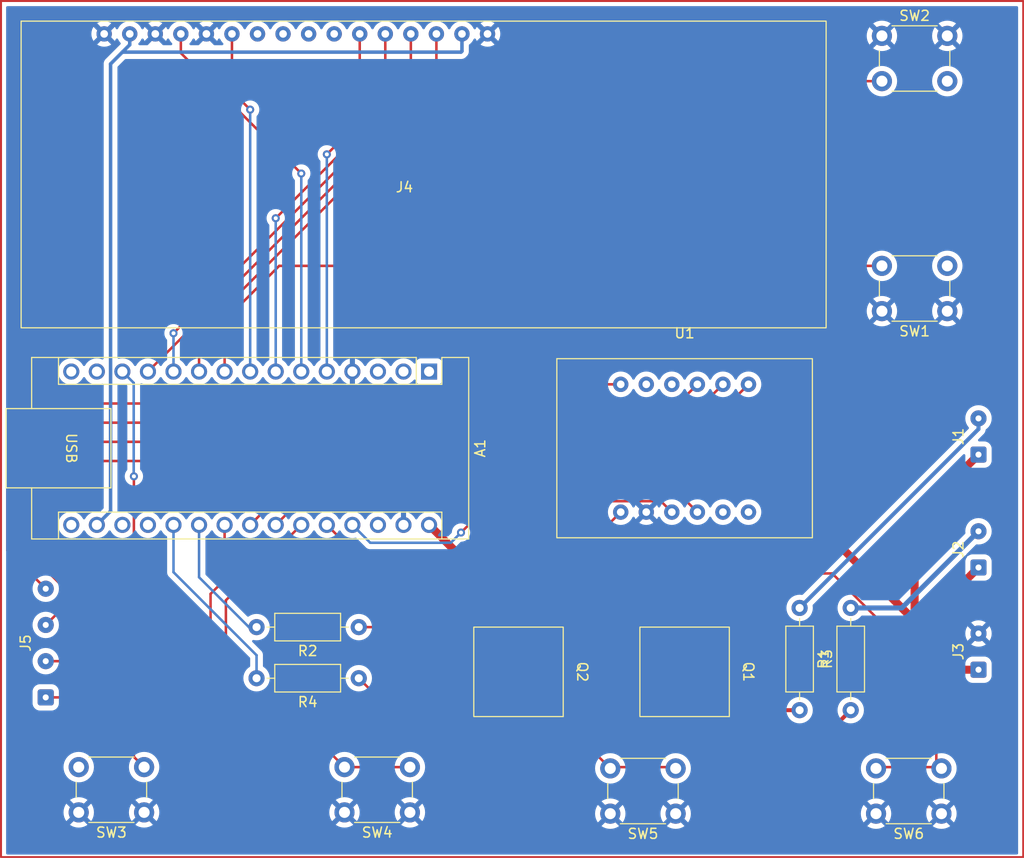
<source format=kicad_pcb>
(kicad_pcb (version 20211014) (generator pcbnew)
  (layers (0 "F.Cu" signal) (31 "B.Cu" signal) (34 "B.Paste" user) (35 "F.Paste" user) (36 "B.SilkS" user "B.Silkscreen") (37 "F.SilkS" user "F.Silkscreen") (38 "B.Mask" user) (39 "F.Mask" user) (44 "Edge.Cuts" user))
  (net 0 "")
  (net 5 "Net-(A1-Pad5)")
  (net 6 "Net-(A1-Pad6)")
  (net 7 "Net-(A1-Pad7)")
  (net 8 "Net-(A1-Pad8)")
  (net 9 "Net-(A1-Pad9)")
  (net 10 "Net-(A1-Pad10)")
  (net 11 "Net-(A1-Pad11)")
  (net 12 "Net-(A1-Pad12)")
  (net 13 "Net-(A1-Pad13)")
  (net 17 "Net-(A1-Pad17)")
  (net 20 "Net-(A1-Pad20)")
  (net 21 "Net-(A1-Pad21)")
  (net 22 "Net-(A1-Pad22)")
  (net 23 "Net-(A1-Pad23)")
  (net 24 "Net-(A1-Pad24)")
  (net 25 "Net-(A1-Pad25)")
  (net 26 "Net-(A1-Pad26)")
  (net 27 "Net-(A1-Pad27)")
  (net 29 "Net-(A1-Pad30)")
  (net 30 "Net-(J1-Pad2)")
  (net 31 "Net-(J2-Pad2)")
  (net 32 "GND")
  (net 37 "Net-(J5-Pad1)")
  (net 38 "Net-(J5-Pad2)")
  (net 39 "Net-(J5-Pad3)")
  (net 40 "Net-(J5-Pad4)")
  (net 41 "Net-(Q1-Pad1)")
  (net 42 "Net-(Q1-Pad2)")
  (net 43 "Net-(Q2-Pad1)")
  (net 44 "Net-(Q2-Pad2)")
  (footprint "Resistor_THT:R_Axial_DIN0207_L6.3mm_D2.5mm_P10.16mm_Horizontal" (layer "F.Cu") (at 99.06 105.41 180)
    (fp_text reference "R4" (at 5.08 -2.37) (layer "F.SilkS"))
    (fp_text value "R")
    (fp_line (start 8.35 -1.37) (end 1.81 -1.37) (layer "F.SilkS") (width 0.12))
    (fp_line (start 9.12 0) (end 8.35 0) (layer "F.SilkS") (width 0.12))
    (fp_line (start 1.04 0) (end 1.81 0) (layer "F.SilkS") (width 0.12))
    (fp_line (start 8.35 1.37) (end 8.35 -1.37) (layer "F.SilkS") (width 0.12))
    (fp_line (start 1.81 1.37) (end 8.35 1.37) (layer "F.SilkS") (width 0.12))
    (fp_line (start 1.81 -1.37) (end 1.81 1.37) (layer "F.SilkS") (width 0.12))
    (pad "1" thru_hole circle (at 0 0 180) (size 1.6 1.6) (drill 0.8) (layers *.Cu *.Mask) (net 43 "Net-(Q2-Pad1)"))
    (pad "2" thru_hole oval (at 10.16 0 180) (size 1.6 1.6) (drill 0.8) (layers *.Cu *.Mask) (net 20 "Net-(A1-Pad20)"))
  )
  (footprint "Connector_Wire:SolderWire-0.1sqmm_1x02_P3.6mm_D0.4mm_OD1mm" (layer "F.Cu") (at 160.655 94.405 90)
    (fp_text reference "J2" (at 1.8 -2 90) (layer "F.SilkS"))
    (fp_text value "Regulator_1")
    (pad "1" thru_hole roundrect (at 0 0 90) (size 1.6 1.6) (drill 0.6) (layers *.Cu *.Mask) (roundrect_rratio 0.15625) (net 29 "Net-(A1-Pad30)"))
    (pad "2" thru_hole circle (at 3.6 0 90) (size 1.6 1.6) (drill 0.6) (layers *.Cu *.Mask) (net 31 "Net-(J2-Pad2)"))
  )
  (footprint "bikePumpFootPrints:AdaFruit_ADS1115_Board" (layer "F.Cu") (at 131.445 82.55)
    (fp_text reference "U1" (at 0 -11.43 unlocked) (layer "F.SilkS"))
    (fp_text value "ADS1115_Breakout_board")
    (fp_rect (start -12.7 -8.9) (end 12.7 8.9) (layer "F.SilkS") (width 0.12) (fill none))
    (pad "1" thru_hole circle (at -6.35 6.35) (size 1.524 1.524) (drill 0.762) (layers *.Cu *.Mask) (net 27 "Net-(A1-Pad27)"))
    (pad "2" thru_hole circle (at -3.81 6.35) (size 1.524 1.524) (drill 0.762) (layers *.Cu *.Mask) (net 32 "GND"))
    (pad "3" thru_hole circle (at -1.27 6.35) (size 1.524 1.524) (drill 0.762) (layers *.Cu *.Mask) (net 24 "Net-(A1-Pad24)"))
    (pad "4" thru_hole circle (at 1.27 6.35) (size 1.524 1.524) (drill 0.762) (layers *.Cu *.Mask) (net 23 "Net-(A1-Pad23)"))
    (pad "5" thru_hole circle (at 3.81 6.35) (size 1.524 1.524) (drill 0.762) (layers *.Cu *.Mask))
    (pad "6" thru_hole circle (at 6.35 6.35) (size 1.524 1.524) (drill 0.762) (layers *.Cu *.Mask))
    (pad "7" thru_hole circle (at -6.35 -6.35) (size 1.524 1.524) (drill 0.762) (layers *.Cu *.Mask) (net 40 "Net-(J5-Pad4)"))
    (pad "8" thru_hole circle (at -3.81 -6.35) (size 1.524 1.524) (drill 0.762) (layers *.Cu *.Mask))
    (pad "9" thru_hole circle (at -1.27 -6.35) (size 1.524 1.524) (drill 0.762) (layers *.Cu *.Mask))
    (pad "10" thru_hole circle (at 1.27 -6.35) (size 1.524 1.524) (drill 0.762) (layers *.Cu *.Mask) (net 39 "Net-(J5-Pad3)"))
    (pad "11" thru_hole circle (at 3.81 -6.35) (size 1.524 1.524) (drill 0.762) (layers *.Cu *.Mask) (net 38 "Net-(J5-Pad2)"))
    (pad "12" thru_hole circle (at 6.35 -6.35) (size 1.524 1.524) (drill 0.762) (layers *.Cu *.Mask) (net 37 "Net-(J5-Pad1)"))
  )
  (footprint "bikePumpFootPrints:LCD_Screen" (layer "F.Cu") (at 65.5 40.1)
    (fp_text reference "J4" (at 38.1 16.51 unlocked) (layer "F.SilkS"))
    (fp_text value "LCD_Screen")
    (fp_rect (start 0 0) (end 80.01 30.48) (layer "F.SilkS") (width 0.12) (fill none))
    (pad "1" thru_hole circle (at 8.255 1.27) (size 1.524 1.524) (drill 0.762) (layers *.Cu *.Mask) (net 32 "GND"))
    (pad "2" thru_hole circle (at 10.795 1.27) (size 1.524 1.524) (drill 0.762) (layers *.Cu *.Mask) (net 17 "Net-(A1-Pad17)"))
    (pad "3" thru_hole circle (at 13.335 1.27) (size 1.524 1.524) (drill 0.762) (layers *.Cu *.Mask) (net 32 "GND"))
    (pad "4" thru_hole circle (at 15.875 1.27) (size 1.524 1.524) (drill 0.762) (layers *.Cu *.Mask) (net 6 "Net-(A1-Pad6)"))
    (pad "5" thru_hole circle (at 18.415 1.27) (size 1.524 1.524) (drill 0.762) (layers *.Cu *.Mask) (net 32 "GND"))
    (pad "6" thru_hole circle (at 20.955 1.27) (size 1.524 1.524) (drill 0.762) (layers *.Cu *.Mask) (net 8 "Net-(A1-Pad8)"))
    (pad "7" thru_hole circle (at 23.495 1.27) (size 1.524 1.524) (drill 0.762) (layers *.Cu *.Mask))
    (pad "8" thru_hole circle (at 26.035 1.27) (size 1.524 1.524) (drill 0.762) (layers *.Cu *.Mask))
    (pad "9" thru_hole circle (at 28.575 1.27) (size 1.524 1.524) (drill 0.762) (layers *.Cu *.Mask))
    (pad "10" thru_hole circle (at 31.115 1.27) (size 1.524 1.524) (drill 0.762) (layers *.Cu *.Mask))
    (pad "11" thru_hole circle (at 33.655 1.27) (size 1.524 1.524) (drill 0.762) (layers *.Cu *.Mask) (net 5 "Net-(A1-Pad5)"))
    (pad "12" thru_hole circle (at 36.195 1.27) (size 1.524 1.524) (drill 0.762) (layers *.Cu *.Mask) (net 7 "Net-(A1-Pad7)"))
    (pad "13" thru_hole circle (at 38.735 1.27) (size 1.524 1.524) (drill 0.762) (layers *.Cu *.Mask) (net 11 "Net-(A1-Pad11)"))
    (pad "14" thru_hole circle (at 41.275 1.27) (size 1.524 1.524) (drill 0.762) (layers *.Cu *.Mask) (net 12 "Net-(A1-Pad12)"))
    (pad "15" thru_hole circle (at 43.815 1.27) (size 1.524 1.524) (drill 0.762) (layers *.Cu *.Mask) (net 17 "Net-(A1-Pad17)"))
    (pad "16" thru_hole circle (at 46.355 1.27) (size 1.524 1.524) (drill 0.762) (layers *.Cu *.Mask) (net 32 "GND"))
  )
  (footprint "Button_Switch_THT:SW_PUSH_6mm" (layer "F.Cu") (at 157.555 68.925 180)
    (fp_text reference "SW1" (at 3.25 -2) (layer "F.SilkS"))
    (fp_text value "Button_1")
    (fp_line (start 1 5.5) (end 5.5 5.5) (layer "F.SilkS") (width 0.12))
    (fp_line (start 6.75 3) (end 6.75 1.5) (layer "F.SilkS") (width 0.12))
    (fp_line (start -0.25 1.5) (end -0.25 3) (layer "F.SilkS") (width 0.12))
    (fp_line (start 5.5 -1) (end 1 -1) (layer "F.SilkS") (width 0.12))
    (pad "1" thru_hole circle (at 6.5 0 270) (size 2 2) (drill 1.1) (layers *.Cu *.Mask) (net 32 "GND"))
    (pad "1" thru_hole circle (at 0 0 270) (size 2 2) (drill 1.1) (layers *.Cu *.Mask) (net 32 "GND"))
    (pad "2" thru_hole circle (at 0 4.5 270) (size 2 2) (drill 1.1) (layers *.Cu *.Mask) (net 9 "Net-(A1-Pad9)"))
    (pad "2" thru_hole circle (at 6.5 4.5 270) (size 2 2) (drill 1.1) (layers *.Cu *.Mask) (net 9 "Net-(A1-Pad9)"))
  )
  (footprint "Button_Switch_THT:SW_PUSH_6mm" (layer "F.Cu") (at 156.972 118.872 180)
    (fp_text reference "SW6" (at 3.25 -2) (layer "F.SilkS"))
    (fp_text value "Button_6")
    (fp_line (start 6.75 3) (end 6.75 1.5) (layer "F.SilkS") (width 0.12))
    (fp_line (start -0.25 1.5) (end -0.25 3) (layer "F.SilkS") (width 0.12))
    (fp_line (start 1 5.5) (end 5.5 5.5) (layer "F.SilkS") (width 0.12))
    (fp_line (start 5.5 -1) (end 1 -1) (layer "F.SilkS") (width 0.12))
    (pad "1" thru_hole circle (at 6.5 0 270) (size 2 2) (drill 1.1) (layers *.Cu *.Mask) (net 32 "GND"))
    (pad "1" thru_hole circle (at 0 0 270) (size 2 2) (drill 1.1) (layers *.Cu *.Mask) (net 32 "GND"))
    (pad "2" thru_hole circle (at 6.5 4.5 270) (size 2 2) (drill 1.1) (layers *.Cu *.Mask) (net 26 "Net-(A1-Pad26)"))
    (pad "2" thru_hole circle (at 0 4.5 270) (size 2 2) (drill 1.1) (layers *.Cu *.Mask) (net 26 "Net-(A1-Pad26)"))
  )
  (footprint "Connector_Wire:SolderWire-0.1sqmm_1x04_P3.6mm_D0.4mm_OD1mm" (layer "F.Cu") (at 67.945 107.315 90)
    (fp_text reference "J5" (at 5.4 -2 90) (layer "F.SilkS"))
    (fp_text value "pressure_sensor")
    (pad "1" thru_hole roundrect (at 0 0 90) (size 1.6 1.6) (drill 0.6) (layers *.Cu *.Mask) (roundrect_rratio 0.15625) (net 37 "Net-(J5-Pad1)"))
    (pad "2" thru_hole circle (at 3.6 0 90) (size 1.6 1.6) (drill 0.6) (layers *.Cu *.Mask) (net 38 "Net-(J5-Pad2)"))
    (pad "3" thru_hole circle (at 7.2 0 90) (size 1.6 1.6) (drill 0.6) (layers *.Cu *.Mask) (net 39 "Net-(J5-Pad3)"))
    (pad "4" thru_hole circle (at 10.8 0 90) (size 1.6 1.6) (drill 0.6) (layers *.Cu *.Mask) (net 40 "Net-(J5-Pad4)"))
  )
  (footprint "Resistor_THT:R_Axial_DIN0207_L6.3mm_D2.5mm_P10.16mm_Horizontal" (layer "F.Cu") (at 99.06 100.33 180)
    (fp_text reference "R2" (at 5.08 -2.37) (layer "F.SilkS"))
    (fp_text value "R")
    (fp_line (start 8.35 1.37) (end 8.35 -1.37) (layer "F.SilkS") (width 0.12))
    (fp_line (start 1.81 -1.37) (end 1.81 1.37) (layer "F.SilkS") (width 0.12))
    (fp_line (start 8.35 -1.37) (end 1.81 -1.37) (layer "F.SilkS") (width 0.12))
    (fp_line (start 1.81 1.37) (end 8.35 1.37) (layer "F.SilkS") (width 0.12))
    (fp_line (start 1.04 0) (end 1.81 0) (layer "F.SilkS") (width 0.12))
    (fp_line (start 9.12 0) (end 8.35 0) (layer "F.SilkS") (width 0.12))
    (pad "1" thru_hole circle (at 0 0 180) (size 1.6 1.6) (drill 0.8) (layers *.Cu *.Mask) (net 41 "Net-(Q1-Pad1)"))
    (pad "2" thru_hole oval (at 10.16 0 180) (size 1.6 1.6) (drill 0.8) (layers *.Cu *.Mask) (net 21 "Net-(A1-Pad21)"))
  )
  (footprint "Button_Switch_THT:SW_PUSH_6mm" (layer "F.Cu") (at 77.724 118.745 180)
    (fp_text reference "SW3" (at 3.25 -2) (layer "F.SilkS"))
    (fp_text value "Button_3")
    (fp_line (start 6.75 3) (end 6.75 1.5) (layer "F.SilkS") (width 0.12))
    (fp_line (start 1 5.5) (end 5.5 5.5) (layer "F.SilkS") (width 0.12))
    (fp_line (start 5.5 -1) (end 1 -1) (layer "F.SilkS") (width 0.12))
    (fp_line (start -0.25 1.5) (end -0.25 3) (layer "F.SilkS") (width 0.12))
    (pad "1" thru_hole circle (at 0 0 270) (size 2 2) (drill 1.1) (layers *.Cu *.Mask) (net 32 "GND"))
    (pad "1" thru_hole circle (at 6.5 0 270) (size 2 2) (drill 1.1) (layers *.Cu *.Mask) (net 32 "GND"))
    (pad "2" thru_hole circle (at 6.5 4.5 270) (size 2 2) (drill 1.1) (layers *.Cu *.Mask) (net 13 "Net-(A1-Pad13)"))
    (pad "2" thru_hole circle (at 0 4.5 270) (size 2 2) (drill 1.1) (layers *.Cu *.Mask) (net 13 "Net-(A1-Pad13)"))
  )
  (footprint "Module:Arduino_Nano" (layer "F.Cu") (at 106.045 74.93 -90)
    (fp_text reference "A1" (at 7.62 -5.08 90) (layer "F.SilkS"))
    (fp_text value "Arduino_Nano_Every")
    (fp_text user "USB" (at 7.62 35.56 -90 unlocked) (layer "F.SilkS"))
    (fp_line (start 1.27 36.83) (end -1.4 36.83) (layer "F.SilkS") (width 0.12))
    (fp_line (start 11.56 42.04) (end 3.68 42.04) (layer "F.SilkS") (width 0.12))
    (fp_line (start 3.68 31.62) (end 11.56 31.62) (layer "F.SilkS") (width 0.12))
    (fp_line (start 1.27 -1.27) (end -1.4 -1.27) (layer "F.SilkS") (width 0.12))
    (fp_line (start 1.27 1.27) (end 1.27 36.83) (layer "F.SilkS") (width 0.12))
    (fp_line (start 16.64 39.5) (end 16.64 -3.94) (layer "F.SilkS") (width 0.12))
    (fp_line (start -1.4 -3.94) (end -1.4 -1.27) (layer "F.SilkS") (width 0.12))
    (fp_line (start 1.27 1.27) (end 1.27 -1.27) (layer "F.SilkS") (width 0.12))
    (fp_line (start 13.97 -1.27) (end 16.64 -1.27) (layer "F.SilkS") (width 0.12))
    (fp_line (start 16.64 39.5) (end 11.56 39.5) (layer "F.SilkS") (width 0.12))
    (fp_line (start -1.4 1.27) (end -1.4 39.5) (layer "F.SilkS") (width 0.12))
    (fp_line (start 3.68 42.04) (end 3.68 31.62) (layer "F.SilkS") (width 0.12))
    (fp_line (start 13.97 -1.27) (end 13.97 36.83) (layer "F.SilkS") (width 0.12))
    (fp_line (start 16.64 -3.94) (end -1.4 -3.94) (layer "F.SilkS") (width 0.12))
    (fp_line (start 13.97 36.83) (end 16.64 36.83) (layer "F.SilkS") (width 0.12))
    (fp_line (start 11.56 31.62) (end 11.56 42.04) (layer "F.SilkS") (width 0.12))
    (fp_line (start 1.27 1.27) (end -1.4 1.27) (layer "F.SilkS") (width 0.12))
    (fp_line (start -1.4 39.5) (end 3.68 39.5) (layer "F.SilkS") (width 0.12))
    (pad "1" thru_hole rect (at 0 0 270) (size 1.6 1.6) (drill 1) (layers *.Cu *.Mask))
    (pad "2" thru_hole oval (at 0 2.54 270) (size 1.6 1.6) (drill 1) (layers *.Cu *.Mask))
    (pad "3" thru_hole oval (at 0 5.08 270) (size 1.6 1.6) (drill 1) (layers *.Cu *.Mask))
    (pad "4" thru_hole oval (at 0 7.62 270) (size 1.6 1.6) (drill 1) (layers *.Cu *.Mask) (net 32 "GND"))
    (pad "5" thru_hole oval (at 0 10.16 270) (size 1.6 1.6) (drill 1) (layers *.Cu *.Mask) (net 5 "Net-(A1-Pad5)"))
    (pad "6" thru_hole oval (at 0 12.7 270) (size 1.6 1.6) (drill 1) (layers *.Cu *.Mask) (net 6 "Net-(A1-Pad6)"))
    (pad "7" thru_hole oval (at 0 15.24 270) (size 1.6 1.6) (drill 1) (layers *.Cu *.Mask) (net 7 "Net-(A1-Pad7)"))
    (pad "8" thru_hole oval (at 0 17.78 270) (size 1.6 1.6) (drill 1) (layers *.Cu *.Mask) (net 8 "Net-(A1-Pad8)"))
    (pad "9" thru_hole oval (at 0 20.32 270) (size 1.6 1.6) (drill 1) (layers *.Cu *.Mask) (net 9 "Net-(A1-Pad9)"))
    (pad "10" thru_hole oval (at 0 22.86 270) (size 1.6 1.6) (drill 1) (layers *.Cu *.Mask) (net 10 "Net-(A1-Pad10)"))
    (pad "11" thru_hole oval (at 0 25.4 270) (size 1.6 1.6) (drill 1) (layers *.Cu *.Mask) (net 11 "Net-(A1-Pad11)"))
    (pad "12" thru_hole oval (at 0 27.94 270) (size 1.6 1.6) (drill 1) (layers *.Cu *.Mask) (net 12 "Net-(A1-Pad12)"))
    (pad "13" thru_hole oval (at 0 30.48 270) (size 1.6 1.6) (drill 1) (layers *.Cu *.Mask) (net 13 "Net-(A1-Pad13)"))
    (pad "14" thru_hole oval (at 0 33.02 270) (size 1.6 1.6) (drill 1) (layers *.Cu *.Mask))
    (pad "15" thru_hole oval (at 0 35.56 270) (size 1.6 1.6) (drill 1) (layers *.Cu *.Mask))
    (pad "16" thru_hole oval (at 15.24 35.56 270) (size 1.6 1.6) (drill 1) (layers *.Cu *.Mask))
    (pad "17" thru_hole oval (at 15.24 33.02 270) (size 1.6 1.6) (drill 1) (layers *.Cu *.Mask) (net 17 "Net-(A1-Pad17)"))
    (pad "18" thru_hole oval (at 15.24 30.48 270) (size 1.6 1.6) (drill 1) (layers *.Cu *.Mask))
    (pad "19" thru_hole oval (at 15.24 27.94 270) (size 1.6 1.6) (drill 1) (layers *.Cu *.Mask))
    (pad "20" thru_hole oval (at 15.24 25.4 270) (size 1.6 1.6) (drill 1) (layers *.Cu *.Mask) (net 20 "Net-(A1-Pad20)"))
    (pad "21" thru_hole oval (at 15.24 22.86 270) (size 1.6 1.6) (drill 1) (layers *.Cu *.Mask) (net 21 "Net-(A1-Pad21)"))
    (pad "22" thru_hole oval (at 15.24 20.32 270) (size 1.6 1.6) (drill 1) (layers *.Cu *.Mask) (net 22 "Net-(A1-Pad22)"))
    (pad "23" thru_hole oval (at 15.24 17.78 270) (size 1.6 1.6) (drill 1) (layers *.Cu *.Mask) (net 23 "Net-(A1-Pad23)"))
    (pad "24" thru_hole oval (at 15.24 15.24 270) (size 1.6 1.6) (drill 1) (layers *.Cu *.Mask) (net 24 "Net-(A1-Pad24)"))
    (pad "25" thru_hole oval (at 15.24 12.7 270) (size 1.6 1.6) (drill 1) (layers *.Cu *.Mask) (net 25 "Net-(A1-Pad25)"))
    (pad "26" thru_hole oval (at 15.24 10.16 270) (size 1.6 1.6) (drill 1) (layers *.Cu *.Mask) (net 26 "Net-(A1-Pad26)"))
    (pad "27" thru_hole oval (at 15.24 7.62 270) (size 1.6 1.6) (drill 1) (layers *.Cu *.Mask) (net 27 "Net-(A1-Pad27)"))
    (pad "28" thru_hole oval (at 15.24 5.08 270) (size 1.6 1.6) (drill 1) (layers *.Cu *.Mask))
    (pad "29" thru_hole oval (at 15.24 2.54 270) (size 1.6 1.6) (drill 1) (layers *.Cu *.Mask) (net 32 "GND"))
    (pad "30" thru_hole oval (at 15.24 0 270) (size 1.6 1.6) (drill 1) (layers *.Cu *.Mask) (net 29 "Net-(A1-Pad30)"))
  )
  (footprint "Button_Switch_THT:SW_PUSH_6mm" (layer "F.Cu") (at 104.14 118.745 180)
    (fp_text reference "SW4" (at 3.25 -2) (layer "F.SilkS"))
    (fp_text value "Button_4")
    (fp_line (start 6.75 3) (end 6.75 1.5) (layer "F.SilkS") (width 0.12))
    (fp_line (start -0.25 1.5) (end -0.25 3) (layer "F.SilkS") (width 0.12))
    (fp_line (start 5.5 -1) (end 1 -1) (layer "F.SilkS") (width 0.12))
    (fp_line (start 1 5.5) (end 5.5 5.5) (layer "F.SilkS") (width 0.12))
    (pad "1" thru_hole circle (at 0 0 270) (size 2 2) (drill 1.1) (layers *.Cu *.Mask) (net 32 "GND"))
    (pad "1" thru_hole circle (at 6.5 0 270) (size 2 2) (drill 1.1) (layers *.Cu *.Mask) (net 32 "GND"))
    (pad "2" thru_hole circle (at 0 4.5 270) (size 2 2) (drill 1.1) (layers *.Cu *.Mask) (net 22 "Net-(A1-Pad22)"))
    (pad "2" thru_hole circle (at 6.5 4.5 270) (size 2 2) (drill 1.1) (layers *.Cu *.Mask) (net 22 "Net-(A1-Pad22)"))
  )
  (footprint "Connector_Wire:SolderWire-0.1sqmm_1x02_P3.6mm_D0.4mm_OD1mm" (layer "F.Cu") (at 160.655 104.565 90)
    (fp_text reference "J3" (at 1.8 -2 90) (layer "F.SilkS"))
    (fp_text value "Power_In")
    (pad "1" thru_hole roundrect (at 0 0 90) (size 1.6 1.6) (drill 0.6) (layers *.Cu *.Mask) (roundrect_rratio 0.15625) (net 29 "Net-(A1-Pad30)"))
    (pad "2" thru_hole circle (at 3.6 0 90) (size 1.6 1.6) (drill 0.6) (layers *.Cu *.Mask) (net 32 "GND"))
  )
  (footprint "Button_Switch_THT:SW_PUSH_6mm" (layer "F.Cu") (at 130.556 118.872 180)
    (fp_text reference "SW5" (at 3.25 -2) (layer "F.SilkS"))
    (fp_text value "Button_5")
    (fp_line (start 6.75 3) (end 6.75 1.5) (layer "F.SilkS") (width 0.12))
    (fp_line (start 5.5 -1) (end 1 -1) (layer "F.SilkS") (width 0.12))
    (fp_line (start -0.25 1.5) (end -0.25 3) (layer "F.SilkS") (width 0.12))
    (fp_line (start 1 5.5) (end 5.5 5.5) (layer "F.SilkS") (width 0.12))
    (pad "1" thru_hole circle (at 6.5 0 270) (size 2 2) (drill 1.1) (layers *.Cu *.Mask) (net 32 "GND"))
    (pad "1" thru_hole circle (at 0 0 270) (size 2 2) (drill 1.1) (layers *.Cu *.Mask) (net 32 "GND"))
    (pad "2" thru_hole circle (at 6.5 4.5 270) (size 2 2) (drill 1.1) (layers *.Cu *.Mask) (net 25 "Net-(A1-Pad25)"))
    (pad "2" thru_hole circle (at 0 4.5 270) (size 2 2) (drill 1.1) (layers *.Cu *.Mask) (net 25 "Net-(A1-Pad25)"))
  )
  (footprint "bikePumpFootPrints:DSS60601MZ4-13_NPN_Transitor" (layer "F.Cu") (at 117.475 104.775 -90)
    (fp_text reference "Q2" (at 0 -3.81 -90 unlocked) (layer "F.SilkS"))
    (fp_text value "Q_NPN_BCE")
    (fp_rect (start 4.445 -1.905) (end -4.445 6.985) (layer "F.SilkS") (width 0.12) (fill none))
    (pad "1" smd roundrect (at 2.54 0) (size 2.5 1.8) (layers "F.Cu" "F.Paste" "F.Mask") (net 43 "Net-(Q2-Pad1)"))
    (pad "2" smd roundrect (at 0 5.08 90) (size 3.5 2.3) (layers "F.Cu" "F.Paste" "F.Mask") (net 44 "Net-(Q2-Pad2)"))
    (pad "2" smd roundrect (at 0 0) (size 2.5 1.8) (layers "F.Cu" "F.Paste" "F.Mask") (net 44 "Net-(Q2-Pad2)"))
    (pad "3" smd roundrect (at -2.54 0) (size 2.5 1.8) (layers "F.Cu" "F.Paste" "F.Mask") (net 32 "GND"))
  )
  (footprint "Button_Switch_THT:SW_PUSH_6mm" (layer "F.Cu") (at 151.055 41.565)
    (fp_text reference "SW2" (at 3.25 -2) (layer "F.SilkS"))
    (fp_text value "Button_2")
    (fp_line (start 1 5.5) (end 5.5 5.5) (layer "F.SilkS") (width 0.12))
    (fp_line (start 6.75 3) (end 6.75 1.5) (layer "F.SilkS") (width 0.12))
    (fp_line (start 5.5 -1) (end 1 -1) (layer "F.SilkS") (width 0.12))
    (fp_line (start -0.25 1.5) (end -0.25 3) (layer "F.SilkS") (width 0.12))
    (pad "1" thru_hole circle (at 0 0 90) (size 2 2) (drill 1.1) (layers *.Cu *.Mask) (net 32 "GND"))
    (pad "1" thru_hole circle (at 6.5 0 90) (size 2 2) (drill 1.1) (layers *.Cu *.Mask) (net 32 "GND"))
    (pad "2" thru_hole circle (at 6.5 4.5 90) (size 2 2) (drill 1.1) (layers *.Cu *.Mask) (net 10 "Net-(A1-Pad10)"))
    (pad "2" thru_hole circle (at 0 4.5 90) (size 2 2) (drill 1.1) (layers *.Cu *.Mask) (net 10 "Net-(A1-Pad10)"))
  )
  (footprint "Resistor_THT:R_Axial_DIN0207_L6.3mm_D2.5mm_P10.16mm_Horizontal" (layer "F.Cu") (at 142.875 98.425 -90)
    (fp_text reference "R1" (at 5.08 -2.37 90) (layer "F.SilkS"))
    (fp_text value "R")
    (fp_line (start 8.35 -1.37) (end 1.81 -1.37) (layer "F.SilkS") (width 0.12))
    (fp_line (start 1.04 0) (end 1.81 0) (layer "F.SilkS") (width 0.12))
    (fp_line (start 1.81 1.37) (end 8.35 1.37) (layer "F.SilkS") (width 0.12))
    (fp_line (start 1.81 -1.37) (end 1.81 1.37) (layer "F.SilkS") (width 0.12))
    (fp_line (start 8.35 1.37) (end 8.35 -1.37) (layer "F.SilkS") (width 0.12))
    (fp_line (start 9.12 0) (end 8.35 0) (layer "F.SilkS") (width 0.12))
    (pad "1" thru_hole circle (at 0 0 270) (size 1.6 1.6) (drill 0.8) (layers *.Cu *.Mask) (net 30 "Net-(J1-Pad2)"))
    (pad "2" thru_hole oval (at 10.16 0 270) (size 1.6 1.6) (drill 0.8) (layers *.Cu *.Mask) (net 42 "Net-(Q1-Pad2)"))
  )
  (footprint "bikePumpFootPrints:DSS60601MZ4-13_NPN_Transitor" (layer "F.Cu") (at 133.985 104.775 -90)
    (fp_text reference "Q1" (at 0 -3.81 -90 unlocked) (layer "F.SilkS"))
    (fp_text value "Q_NPN_BCE")
    (fp_rect (start 4.445 -1.905) (end -4.445 6.985) (layer "F.SilkS") (width 0.12) (fill none))
    (pad "1" smd roundrect (at 2.54 0) (size 2.5 1.8) (layers "F.Cu" "F.Paste" "F.Mask") (net 41 "Net-(Q1-Pad1)"))
    (pad "2" smd roundrect (at 0 0) (size 2.5 1.8) (layers "F.Cu" "F.Paste" "F.Mask") (net 42 "Net-(Q1-Pad2)"))
    (pad "2" smd roundrect (at 0 5.08 90) (size 3.5 2.3) (layers "F.Cu" "F.Paste" "F.Mask") (net 42 "Net-(Q1-Pad2)"))
    (pad "3" smd roundrect (at -2.54 0) (size 2.5 1.8) (layers "F.Cu" "F.Paste" "F.Mask") (net 32 "GND"))
  )
  (footprint "Resistor_THT:R_Axial_DIN0207_L6.3mm_D2.5mm_P10.16mm_Horizontal" (layer "F.Cu") (at 147.955 108.585 90)
    (fp_text reference "R3" (at 5.08 -2.37 90) (layer "F.SilkS"))
    (fp_text value "R")
    (fp_line (start 1.04 0) (end 1.81 0) (layer "F.SilkS") (width 0.12))
    (fp_line (start 1.81 1.37) (end 8.35 1.37) (layer "F.SilkS") (width 0.12))
    (fp_line (start 8.35 1.37) (end 8.35 -1.37) (layer "F.SilkS") (width 0.12))
    (fp_line (start 8.35 -1.37) (end 1.81 -1.37) (layer "F.SilkS") (width 0.12))
    (fp_line (start 9.12 0) (end 8.35 0) (layer "F.SilkS") (width 0.12))
    (fp_line (start 1.81 -1.37) (end 1.81 1.37) (layer "F.SilkS") (width 0.12))
    (pad "1" thru_hole circle (at 0 0 90) (size 1.6 1.6) (drill 0.8) (layers *.Cu *.Mask) (net 44 "Net-(Q2-Pad2)"))
    (pad "2" thru_hole oval (at 10.16 0 90) (size 1.6 1.6) (drill 0.8) (layers *.Cu *.Mask) (net 31 "Net-(J2-Pad2)"))
  )
  (footprint "Connector_Wire:SolderWire-0.1sqmm_1x02_P3.6mm_D0.4mm_OD1mm" (layer "F.Cu") (at 160.655 83.185 90)
    (fp_text reference "J1" (at 1.8 -2 90) (layer "F.SilkS"))
    (fp_text value "Regulator_2")
    (pad "1" thru_hole roundrect (at 0 0 90) (size 1.6 1.6) (drill 0.6) (layers *.Cu *.Mask) (roundrect_rratio 0.15625) (net 29 "Net-(A1-Pad30)"))
    (pad "2" thru_hole circle (at 3.6 0 90) (size 1.6 1.6) (drill 0.6) (layers *.Cu *.Mask) (net 30 "Net-(J1-Pad2)"))
  )
  (gr_circle (center 161.925 120.015) (end 163.83 120.65) (layer "F.Cu") (width 0.2) (fill none))
  (gr_circle (center 66.675 41.275) (end 64.77 40.64) (layer "F.Cu") (width 0.2) (fill none))
  (gr_circle (center 66.675 120.015) (end 66.04 121.92) (layer "F.Cu") (width 0.2) (fill none))
  (gr_circle (center 161.925 41.275) (end 163.83 40.64) (layer "F.Cu") (width 0.2) (fill none))
  (gr_rect (start 63.5 38.1) (end 165.1 123.19) (layer "F.Cu") (width 0.2) (fill none))
  (segment (start 99.155 41.37) (end 99.155 50.07) (width 0.25) (layer "F.Cu") (net 5))
  (segment (start 99.155 50.07) (end 95.885 53.34) (width 0.25) (layer "F.Cu") (net 5))
  (via (at 95.885 53.34) (size 0.8) (drill 0.4) (layers "F.Cu" "B.Cu") (net 5))
  (segment (start 95.885 53.34) (end 95.885 74.93) (width 0.25) (layer "B.Cu") (net 5))
  (segment (start 81.375 43.275) (end 93.345 55.245) (width 0.25) (layer "F.Cu") (net 6))
  (segment (start 81.375 41.37) (end 81.375 43.275) (width 0.25) (layer "F.Cu") (net 6))
  (via (at 93.345 55.245) (size 0.8) (drill 0.4) (layers "F.Cu" "B.Cu") (net 6))
  (segment (start 93.345 55.245) (end 93.345 74.93) (width 0.25) (layer "B.Cu") (net 6))
  (segment (start 101.695 41.37) (end 101.695 48.8) (width 0.25) (layer "F.Cu") (net 7))
  (segment (start 101.695 48.8) (end 90.805 59.69) (width 0.25) (layer "F.Cu") (net 7))
  (via (at 90.805 59.69) (size 0.8) (drill 0.4) (layers "F.Cu" "B.Cu") (net 7))
  (segment (start 90.805 59.69) (end 90.805 74.93) (width 0.25) (layer "B.Cu") (net 7))
  (segment (start 86.455 41.37) (end 86.455 47.085) (width 0.25) (layer "F.Cu") (net 8))
  (segment (start 86.455 47.085) (end 88.265 48.895) (width 0.25) (layer "F.Cu") (net 8))
  (via (at 88.265 48.895) (size 0.8) (drill 0.4) (layers "F.Cu" "B.Cu") (net 8))
  (segment (start 88.265 48.895) (end 88.265 74.93) (width 0.25) (layer "B.Cu") (net 8))
  (segment (start 151.055 64.425) (end 91.15 64.425) (width 0.25) (layer "F.Cu") (net 9))
  (segment (start 85.725 69.85) (end 85.725 74.93) (width 0.25) (layer "F.Cu") (net 9))
  (segment (start 91.15 64.425) (end 85.725 69.85) (width 0.25) (layer "F.Cu") (net 9))
  (segment (start 83.185 71.12) (end 108.24 46.065) (width 0.25) (layer "F.Cu") (net 10))
  (segment (start 83.185 74.93) (end 83.185 71.12) (width 0.25) (layer "F.Cu") (net 10))
  (segment (start 108.24 46.065) (end 151.055 46.065) (width 0.25) (layer "F.Cu") (net 10))
  (segment (start 104.235 47.53) (end 80.645 71.12) (width 0.25) (layer "F.Cu") (net 11))
  (segment (start 104.235 41.37) (end 104.235 47.53) (width 0.25) (layer "F.Cu") (net 11))
  (via (at 80.645 71.12) (size 0.8) (drill 0.4) (layers "F.Cu" "B.Cu") (net 11))
  (segment (start 80.645 71.12) (end 80.645 74.93) (width 0.25) (layer "B.Cu") (net 11))
  (segment (start 106.775 41.37) (end 106.775 46.26) (width 0.25) (layer "F.Cu") (net 12))
  (segment (start 106.775 46.26) (end 78.105 74.93) (width 0.25) (layer "F.Cu") (net 12))
  (segment (start 76.708 85.344) (end 76.708 113.229) (width 0.25) (layer "F.Cu") (net 13))
  (segment (start 76.708 113.229) (end 77.724 114.245) (width 0.25) (layer "F.Cu") (net 13))
  (via (at 76.708 85.344) (size 0.8) (drill 0.4) (layers "F.Cu" "B.Cu") (net 13))
  (segment (start 76.69 85.326) (end 76.708 85.344) (width 0.25) (layer "B.Cu") (net 13))
  (segment (start 75.565 74.93) (end 76.69 76.055) (width 0.25) (layer "B.Cu") (net 13))
  (segment (start 76.69 76.055) (end 76.69 85.326) (width 0.25) (layer "B.Cu") (net 13))
  (segment (start 109.315 43.085) (end 109.22 43.18) (width 0.35) (layer "B.Cu") (net 17))
  (segment (start 75.565 43.18) (end 76.295 42.45) (width 0.35) (layer "B.Cu") (net 17))
  (segment (start 74.39 88.805) (end 73.025 90.17) (width 0.35) (layer "B.Cu") (net 17))
  (segment (start 74.39 44.355) (end 74.39 88.805) (width 0.35) (layer "B.Cu") (net 17))
  (segment (start 75.565 43.18) (end 74.39 44.355) (width 0.35) (layer "B.Cu") (net 17))
  (segment (start 109.315 41.37) (end 109.315 43.085) (width 0.35) (layer "B.Cu") (net 17))
  (segment (start 76.295 42.45) (end 76.295 41.37) (width 0.35) (layer "B.Cu") (net 17))
  (segment (start 109.22 43.18) (end 75.565 43.18) (width 0.35) (layer "B.Cu") (net 17))
  (segment (start 88.9 103.124) (end 80.645 94.869) (width 0.25) (layer "B.Cu") (net 20))
  (segment (start 80.645 94.869) (end 80.645 90.17) (width 0.25) (layer "B.Cu") (net 20))
  (segment (start 88.9 105.41) (end 88.9 103.124) (width 0.25) (layer "B.Cu") (net 20))
  (segment (start 88.9 100.33) (end 88.138 100.33) (width 0.25) (layer "B.Cu") (net 21))
  (segment (start 83.185 95.377) (end 83.185 90.17) (width 0.25) (layer "B.Cu") (net 21))
  (segment (start 88.138 100.33) (end 83.185 95.377) (width 0.25) (layer "B.Cu") (net 21))
  (segment (start 84.328 97.028) (end 84.328 107.188) (width 0.25) (layer "F.Cu") (net 22))
  (segment (start 85.725 95.631) (end 84.328 97.028) (width 0.25) (layer "F.Cu") (net 22))
  (segment (start 97.989 114.245) (end 98.044 114.3) (width 0.25) (layer "F.Cu") (net 22))
  (segment (start 87.884 110.744) (end 94.139 110.744) (width 0.25) (layer "F.Cu") (net 22))
  (segment (start 97.715 114.245) (end 97.989 114.245) (width 0.25) (layer "F.Cu") (net 22))
  (segment (start 84.328 107.188) (end 87.884 110.744) (width 0.25) (layer "F.Cu") (net 22))
  (segment (start 85.725 90.17) (end 85.725 95.631) (width 0.25) (layer "F.Cu") (net 22))
  (segment (start 94.139 110.744) (end 97.64 114.245) (width 0.25) (layer "F.Cu") (net 22))
  (segment (start 97.715 114.245) (end 104.215 114.245) (width 0.25) (layer "F.Cu") (net 22))
  (segment (start 129.667 85.852) (end 92.583 85.852) (width 0.25) (layer "F.Cu") (net 23))
  (segment (start 92.583 85.852) (end 88.265 90.17) (width 0.25) (layer "F.Cu") (net 23))
  (segment (start 132.715 88.9) (end 129.667 85.852) (width 0.25) (layer "F.Cu") (net 23))
  (segment (start 93.162 87.813) (end 90.805 90.17) (width 0.25) (layer "F.Cu") (net 24))
  (segment (start 129.088 87.813) (end 93.162 87.813) (width 0.25) (layer "F.Cu") (net 24))
  (segment (start 130.175 88.9) (end 129.088 87.813) (width 0.25) (layer "F.Cu") (net 24))
  (segment (start 124.056 114.372) (end 118.904 109.22) (width 0.25) (layer "F.Cu") (net 25))
  (segment (start 88.392 109.22) (end 85.852 106.68) (width 0.25) (layer "F.Cu") (net 25))
  (segment (start 85.852 106.68) (end 85.852 97.663) (width 0.25) (layer "F.Cu") (net 25))
  (segment (start 123.75 114.245) (end 130.25 114.245) (width 0.25) (layer "F.Cu") (net 25))
  (segment (start 85.852 97.663) (end 93.345 90.17) (width 0.25) (layer "F.Cu") (net 25))
  (segment (start 118.904 109.22) (end 88.392 109.22) (width 0.25) (layer "F.Cu") (net 25))
  (segment (start 146.116991 94.996) (end 100.711 94.996) (width 0.25) (layer "F.Cu") (net 26))
  (segment (start 149.785 114.245) (end 156.285 114.245) (width 0.25) (layer "F.Cu") (net 26))
  (segment (start 156.464 105.343009) (end 146.116991 94.996) (width 0.25) (layer "F.Cu") (net 26))
  (segment (start 156.464 114.372) (end 156.464 105.343009) (width 0.25) (layer "F.Cu") (net 26))
  (segment (start 100.711 94.996) (end 95.885 90.17) (width 0.25) (layer "F.Cu") (net 26))
  (segment (start 123.444 89.916) (end 110.236 89.916) (width 0.25) (layer "F.Cu") (net 27))
  (segment (start 110.236 89.916) (end 109.22 90.932) (width 0.25) (layer "F.Cu") (net 27))
  (segment (start 124.079 89.916) (end 123.444 89.916) (width 0.25) (layer "F.Cu") (net 27))
  (segment (start 125.095 88.9) (end 124.079 89.916) (width 0.25) (layer "F.Cu") (net 27))
  (via (at 109.22 90.932) (size 0.8) (drill 0.4) (layers "F.Cu" "B.Cu") (net 27))
  (segment (start 109.22 90.932) (end 108.204 91.948) (width 0.25) (layer "B.Cu") (net 27))
  (segment (start 108.204 91.948) (end 100.203 91.948) (width 0.25) (layer "B.Cu") (net 27))
  (segment (start 100.203 91.948) (end 98.425 90.17) (width 0.25) (layer "B.Cu") (net 27))
  (segment (start 154.305 89.535) (end 160.655 83.185) (width 0.8) (layer "F.Cu") (net 29))
  (segment (start 160.655 104.565) (end 159.175 104.565) (width 0.8) (layer "F.Cu") (net 29))
  (segment (start 156.21 101.6) (end 155.8925 101.2825) (width 0.8) (layer "F.Cu") (net 29))
  (segment (start 147.32 92.71) (end 108.585 92.71) (width 0.8) (layer "F.Cu") (net 29))
  (segment (start 155.8925 101.2825) (end 155.8925 99.1675) (width 0.8) (layer "F.Cu") (net 29))
  (segment (start 155.8925 101.2825) (end 154.305 99.695) (width 0.8) (layer "F.Cu") (net 29))
  (segment (start 154.305 99.695) (end 154.305 89.535) (width 0.8) (layer "F.Cu") (net 29))
  (segment (start 159.175 104.565) (end 156.21 101.6) (width 0.8) (layer "F.Cu") (net 29))
  (segment (start 154.305 99.695) (end 147.32 92.71) (width 0.8) (layer "F.Cu") (net 29))
  (segment (start 108.585 92.71) (end 106.045 90.17) (width 0.8) (layer "F.Cu") (net 29))
  (segment (start 155.8925 99.1675) (end 160.655 94.405) (width 0.8) (layer "F.Cu") (net 29))
  (segment (start 160.655 80.645) (end 160.655 79.585) (width 0.4) (layer "B.Cu") (net 30))
  (segment (start 142.875 98.425) (end 160.655 80.645) (width 0.4) (layer "B.Cu") (net 30))
  (segment (start 147.955 98.425) (end 153.035 98.425) (width 0.5) (layer "B.Cu") (net 31))
  (segment (start 153.035 98.425) (end 160.655 90.805) (width 0.5) (layer "B.Cu") (net 31))
  (segment (start 130.175 83.82) (end 73.66 83.82) (width 0.25) (layer "F.Cu") (net 37))
  (segment (start 73.66 83.82) (end 68.58 88.9) (width 0.25) (layer "F.Cu") (net 37))
  (segment (start 68.58 90.805) (end 74.295 96.52) (width 0.25) (layer "F.Cu") (net 37))
  (segment (start 70.485 107.315) (end 67.945 107.315) (width 0.25) (layer "F.Cu") (net 37))
  (segment (start 74.295 96.52) (end 74.295 103.505) (width 0.25) (layer "F.Cu") (net 37))
  (segment (start 68.58 88.9) (end 68.58 90.805) (width 0.25) (layer "F.Cu") (net 37))
  (segment (start 74.295 103.505) (end 70.485 107.315) (width 0.25) (layer "F.Cu") (net 37))
  (segment (start 137.795 76.2) (end 130.175 83.82) (width 0.25) (layer "F.Cu") (net 37))
  (segment (start 71.755 95.885) (end 67.31 91.44) (width 0.25) (layer "F.Cu") (net 38))
  (segment (start 67.31 91.44) (end 67.31 86.995) (width 0.25) (layer "F.Cu") (net 38))
  (segment (start 129.54 81.915) (end 135.255 76.2) (width 0.25) (layer "F.Cu") (net 38))
  (segment (start 72.39 81.915) (end 129.54 81.915) (width 0.25) (layer "F.Cu") (net 38))
  (segment (start 67.945 103.715) (end 69.64 103.715) (width 0.25) (layer "F.Cu") (net 38))
  (segment (start 69.64 103.715) (end 71.755 101.6) (width 0.25) (layer "F.Cu") (net 38))
  (segment (start 67.31 86.995) (end 72.39 81.915) (width 0.25) (layer "F.Cu") (net 38))
  (segment (start 71.755 101.6) (end 71.755 96.52) (width 0.25) (layer "F.Cu") (net 38))
  (segment (start 71.755 96.52) (end 71.755 95.885) (width 0.25) (layer "F.Cu") (net 38))
  (segment (start 69.85 98.21) (end 69.85 96.52) (width 0.25) (layer "F.Cu") (net 39))
  (segment (start 67.945 100.115) (end 69.85 98.21) (width 0.25) (layer "F.Cu") (net 39))
  (segment (start 128.905 80.01) (end 132.715 76.2) (width 0.25) (layer "F.Cu") (net 39))
  (segment (start 65.405 85.725) (end 71.12 80.01) (width 0.25) (layer "F.Cu") (net 39))
  (segment (start 69.85 96.52) (end 65.405 92.075) (width 0.25) (layer "F.Cu") (net 39))
  (segment (start 65.405 92.075) (end 65.405 85.725) (width 0.25) (layer "F.Cu") (net 39))
  (segment (start 71.12 80.01) (end 128.905 80.01) (width 0.25) (layer "F.Cu") (net 39))
  (segment (start 69.85 78.105) (end 121.285 78.105) (width 0.25) (layer "F.Cu") (net 40))
  (segment (start 123.19 76.2) (end 125.095 76.2) (width 0.25) (layer "F.Cu") (net 40))
  (segment (start 121.285 78.105) (end 123.19 76.2) (width 0.25) (layer "F.Cu") (net 40))
  (segment (start 64.135 83.82) (end 69.85 78.105) (width 0.25) (layer "F.Cu") (net 40))
  (segment (start 67.945 96.515) (end 64.135 92.705) (width 0.25) (layer "F.Cu") (net 40))
  (segment (start 64.135 92.705) (end 64.135 83.82) (width 0.25) (layer "F.Cu") (net 40))
  (segment (start 126.365 107.315) (end 133.985 107.315) (width 0.25) (layer "F.Cu") (net 41))
  (segment (start 99.06 100.33) (end 119.38 100.33) (width 0.25) (layer "F.Cu") (net 41))
  (segment (start 119.38 100.33) (end 126.365 107.315) (width 0.25) (layer "F.Cu") (net 41))
  (segment (start 137.795 108.585) (end 133.985 104.775) (width 0.4) (layer "F.Cu") (net 42))
  (segment (start 142.875 108.585) (end 137.795 108.585) (width 0.4) (layer "F.Cu") (net 42))
  (segment (start 128.905 104.775) (end 133.985 104.775) (width 0.4) (layer "F.Cu") (net 42))
  (segment (start 117.475 107.315) (end 100.965 107.315) (width 0.25) (layer "F.Cu") (net 43))
  (segment (start 100.965 107.315) (end 99.06 105.41) (width 0.25) (layer "F.Cu") (net 43))
  (segment (start 112.395 104.775) (end 117.475 104.775) (width 0.4) (layer "F.Cu") (net 44))
  (segment (start 123.19 110.49) (end 117.475 104.775) (width 0.4) (layer "F.Cu") (net 44))
  (segment (start 147.955 108.585) (end 146.05 110.49) (width 0.4) (layer "F.Cu") (net 44))
  (segment (start 146.05 110.49) (end 123.19 110.49) (width 0.4) (layer "F.Cu") (net 44))
  (zone (net 32) (net_name "GND") (layer "B.Cu") (connect_pads (clearance 0.508)) (min_thickness 0.254) (fill yes (thermal_gap 0.508) (thermal_bridge_width 0.508))
    (polygon (pts (xy 164.592 122.936) (xy 64.008 122.936) (xy 64.008 38.608) (xy 164.592 38.608)))
  )
)
</source>
